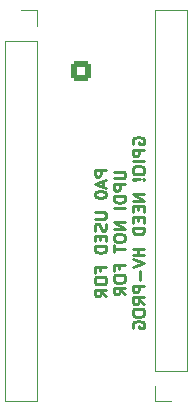
<source format=gbo>
%TF.GenerationSoftware,KiCad,Pcbnew,6.0.2+dfsg-1*%
%TF.CreationDate,2022-08-12T08:44:16-04:00*%
%TF.ProjectId,attiny_devboard,61747469-6e79-45f6-9465-76626f617264,rev?*%
%TF.SameCoordinates,Original*%
%TF.FileFunction,Legend,Bot*%
%TF.FilePolarity,Positive*%
%FSLAX46Y46*%
G04 Gerber Fmt 4.6, Leading zero omitted, Abs format (unit mm)*
G04 Created by KiCad (PCBNEW 6.0.2+dfsg-1) date 2022-08-12 08:44:16*
%MOMM*%
%LPD*%
G01*
G04 APERTURE LIST*
G04 Aperture macros list*
%AMRoundRect*
0 Rectangle with rounded corners*
0 $1 Rounding radius*
0 $2 $3 $4 $5 $6 $7 $8 $9 X,Y pos of 4 corners*
0 Add a 4 corners polygon primitive as box body*
4,1,4,$2,$3,$4,$5,$6,$7,$8,$9,$2,$3,0*
0 Add four circle primitives for the rounded corners*
1,1,$1+$1,$2,$3*
1,1,$1+$1,$4,$5*
1,1,$1+$1,$6,$7*
1,1,$1+$1,$8,$9*
0 Add four rect primitives between the rounded corners*
20,1,$1+$1,$2,$3,$4,$5,0*
20,1,$1+$1,$4,$5,$6,$7,0*
20,1,$1+$1,$6,$7,$8,$9,0*
20,1,$1+$1,$8,$9,$2,$3,0*%
G04 Aperture macros list end*
%ADD10C,0.250000*%
%ADD11C,0.120000*%
%ADD12RoundRect,0.250000X-0.600000X-0.600000X0.600000X-0.600000X0.600000X0.600000X-0.600000X0.600000X0*%
%ADD13C,1.700000*%
%ADD14O,1.700000X2.900000*%
%ADD15O,1.700000X2.980000*%
%ADD16C,1.208000*%
%ADD17R,1.700000X1.700000*%
%ADD18O,1.700000X1.700000*%
G04 APERTURE END LIST*
D10*
X139304380Y-88392666D02*
X138304380Y-88392666D01*
X138304380Y-88773619D01*
X138352000Y-88868857D01*
X138399619Y-88916476D01*
X138494857Y-88964095D01*
X138637714Y-88964095D01*
X138732952Y-88916476D01*
X138780571Y-88868857D01*
X138828190Y-88773619D01*
X138828190Y-88392666D01*
X139018666Y-89345047D02*
X139018666Y-89821238D01*
X139304380Y-89249809D02*
X138304380Y-89583142D01*
X139304380Y-89916476D01*
X138304380Y-90440285D02*
X138304380Y-90535523D01*
X138352000Y-90630761D01*
X138399619Y-90678380D01*
X138494857Y-90726000D01*
X138685333Y-90773619D01*
X138923428Y-90773619D01*
X139113904Y-90726000D01*
X139209142Y-90678380D01*
X139256761Y-90630761D01*
X139304380Y-90535523D01*
X139304380Y-90440285D01*
X139256761Y-90345047D01*
X139209142Y-90297428D01*
X139113904Y-90249809D01*
X138923428Y-90202190D01*
X138685333Y-90202190D01*
X138494857Y-90249809D01*
X138399619Y-90297428D01*
X138352000Y-90345047D01*
X138304380Y-90440285D01*
X138304380Y-91964095D02*
X139113904Y-91964095D01*
X139209142Y-92011714D01*
X139256761Y-92059333D01*
X139304380Y-92154571D01*
X139304380Y-92345047D01*
X139256761Y-92440285D01*
X139209142Y-92487904D01*
X139113904Y-92535523D01*
X138304380Y-92535523D01*
X139256761Y-92964095D02*
X139304380Y-93106952D01*
X139304380Y-93345047D01*
X139256761Y-93440285D01*
X139209142Y-93487904D01*
X139113904Y-93535523D01*
X139018666Y-93535523D01*
X138923428Y-93487904D01*
X138875809Y-93440285D01*
X138828190Y-93345047D01*
X138780571Y-93154571D01*
X138732952Y-93059333D01*
X138685333Y-93011714D01*
X138590095Y-92964095D01*
X138494857Y-92964095D01*
X138399619Y-93011714D01*
X138352000Y-93059333D01*
X138304380Y-93154571D01*
X138304380Y-93392666D01*
X138352000Y-93535523D01*
X138780571Y-93964095D02*
X138780571Y-94297428D01*
X139304380Y-94440285D02*
X139304380Y-93964095D01*
X138304380Y-93964095D01*
X138304380Y-94440285D01*
X139304380Y-94868857D02*
X138304380Y-94868857D01*
X138304380Y-95106952D01*
X138352000Y-95249809D01*
X138447238Y-95345047D01*
X138542476Y-95392666D01*
X138732952Y-95440285D01*
X138875809Y-95440285D01*
X139066285Y-95392666D01*
X139161523Y-95345047D01*
X139256761Y-95249809D01*
X139304380Y-95106952D01*
X139304380Y-94868857D01*
X138780571Y-96964095D02*
X138780571Y-96630761D01*
X139304380Y-96630761D02*
X138304380Y-96630761D01*
X138304380Y-97106952D01*
X138304380Y-97678380D02*
X138304380Y-97868857D01*
X138352000Y-97964095D01*
X138447238Y-98059333D01*
X138637714Y-98106952D01*
X138971047Y-98106952D01*
X139161523Y-98059333D01*
X139256761Y-97964095D01*
X139304380Y-97868857D01*
X139304380Y-97678380D01*
X139256761Y-97583142D01*
X139161523Y-97487904D01*
X138971047Y-97440285D01*
X138637714Y-97440285D01*
X138447238Y-97487904D01*
X138352000Y-97583142D01*
X138304380Y-97678380D01*
X139304380Y-99106952D02*
X138828190Y-98773619D01*
X139304380Y-98535523D02*
X138304380Y-98535523D01*
X138304380Y-98916476D01*
X138352000Y-99011714D01*
X138399619Y-99059333D01*
X138494857Y-99106952D01*
X138637714Y-99106952D01*
X138732952Y-99059333D01*
X138780571Y-99011714D01*
X138828190Y-98916476D01*
X138828190Y-98535523D01*
X139914380Y-88559333D02*
X140723904Y-88559333D01*
X140819142Y-88606952D01*
X140866761Y-88654571D01*
X140914380Y-88749809D01*
X140914380Y-88940285D01*
X140866761Y-89035523D01*
X140819142Y-89083142D01*
X140723904Y-89130761D01*
X139914380Y-89130761D01*
X140914380Y-89606952D02*
X139914380Y-89606952D01*
X139914380Y-89987904D01*
X139962000Y-90083142D01*
X140009619Y-90130761D01*
X140104857Y-90178380D01*
X140247714Y-90178380D01*
X140342952Y-90130761D01*
X140390571Y-90083142D01*
X140438190Y-89987904D01*
X140438190Y-89606952D01*
X140914380Y-90606952D02*
X139914380Y-90606952D01*
X139914380Y-90845047D01*
X139962000Y-90987904D01*
X140057238Y-91083142D01*
X140152476Y-91130761D01*
X140342952Y-91178380D01*
X140485809Y-91178380D01*
X140676285Y-91130761D01*
X140771523Y-91083142D01*
X140866761Y-90987904D01*
X140914380Y-90845047D01*
X140914380Y-90606952D01*
X140914380Y-91606952D02*
X139914380Y-91606952D01*
X140914380Y-92845047D02*
X139914380Y-92845047D01*
X140914380Y-93416476D01*
X139914380Y-93416476D01*
X139914380Y-94083142D02*
X139914380Y-94273619D01*
X139962000Y-94368857D01*
X140057238Y-94464095D01*
X140247714Y-94511714D01*
X140581047Y-94511714D01*
X140771523Y-94464095D01*
X140866761Y-94368857D01*
X140914380Y-94273619D01*
X140914380Y-94083142D01*
X140866761Y-93987904D01*
X140771523Y-93892666D01*
X140581047Y-93845047D01*
X140247714Y-93845047D01*
X140057238Y-93892666D01*
X139962000Y-93987904D01*
X139914380Y-94083142D01*
X139914380Y-94797428D02*
X139914380Y-95368857D01*
X140914380Y-95083142D02*
X139914380Y-95083142D01*
X140390571Y-96797428D02*
X140390571Y-96464095D01*
X140914380Y-96464095D02*
X139914380Y-96464095D01*
X139914380Y-96940285D01*
X139914380Y-97511714D02*
X139914380Y-97702190D01*
X139962000Y-97797428D01*
X140057238Y-97892666D01*
X140247714Y-97940285D01*
X140581047Y-97940285D01*
X140771523Y-97892666D01*
X140866761Y-97797428D01*
X140914380Y-97702190D01*
X140914380Y-97511714D01*
X140866761Y-97416476D01*
X140771523Y-97321238D01*
X140581047Y-97273619D01*
X140247714Y-97273619D01*
X140057238Y-97321238D01*
X139962000Y-97416476D01*
X139914380Y-97511714D01*
X140914380Y-98940285D02*
X140438190Y-98606952D01*
X140914380Y-98368857D02*
X139914380Y-98368857D01*
X139914380Y-98749809D01*
X139962000Y-98845047D01*
X140009619Y-98892666D01*
X140104857Y-98940285D01*
X140247714Y-98940285D01*
X140342952Y-98892666D01*
X140390571Y-98845047D01*
X140438190Y-98749809D01*
X140438190Y-98368857D01*
X141572000Y-86202190D02*
X141524380Y-86106952D01*
X141524380Y-85964095D01*
X141572000Y-85821238D01*
X141667238Y-85726000D01*
X141762476Y-85678380D01*
X141952952Y-85630761D01*
X142095809Y-85630761D01*
X142286285Y-85678380D01*
X142381523Y-85726000D01*
X142476761Y-85821238D01*
X142524380Y-85964095D01*
X142524380Y-86059333D01*
X142476761Y-86202190D01*
X142429142Y-86249809D01*
X142095809Y-86249809D01*
X142095809Y-86059333D01*
X142524380Y-86678380D02*
X141524380Y-86678380D01*
X141524380Y-87059333D01*
X141572000Y-87154571D01*
X141619619Y-87202190D01*
X141714857Y-87249809D01*
X141857714Y-87249809D01*
X141952952Y-87202190D01*
X142000571Y-87154571D01*
X142048190Y-87059333D01*
X142048190Y-86678380D01*
X142524380Y-87678380D02*
X141524380Y-87678380D01*
X141524380Y-88345047D02*
X141524380Y-88535523D01*
X141572000Y-88630761D01*
X141667238Y-88726000D01*
X141857714Y-88773619D01*
X142191047Y-88773619D01*
X142381523Y-88726000D01*
X142476761Y-88630761D01*
X142524380Y-88535523D01*
X142524380Y-88345047D01*
X142476761Y-88249809D01*
X142381523Y-88154571D01*
X142191047Y-88106952D01*
X141857714Y-88106952D01*
X141667238Y-88154571D01*
X141572000Y-88249809D01*
X141524380Y-88345047D01*
X142429142Y-89202190D02*
X142476761Y-89249809D01*
X142524380Y-89202190D01*
X142476761Y-89154571D01*
X142429142Y-89202190D01*
X142524380Y-89202190D01*
X142143428Y-89202190D02*
X141572000Y-89154571D01*
X141524380Y-89202190D01*
X141572000Y-89249809D01*
X142143428Y-89202190D01*
X141524380Y-89202190D01*
X142524380Y-90440285D02*
X141524380Y-90440285D01*
X142524380Y-91011714D01*
X141524380Y-91011714D01*
X142000571Y-91487904D02*
X142000571Y-91821238D01*
X142524380Y-91964095D02*
X142524380Y-91487904D01*
X141524380Y-91487904D01*
X141524380Y-91964095D01*
X142000571Y-92392666D02*
X142000571Y-92726000D01*
X142524380Y-92868857D02*
X142524380Y-92392666D01*
X141524380Y-92392666D01*
X141524380Y-92868857D01*
X142524380Y-93297428D02*
X141524380Y-93297428D01*
X141524380Y-93535523D01*
X141572000Y-93678380D01*
X141667238Y-93773619D01*
X141762476Y-93821238D01*
X141952952Y-93868857D01*
X142095809Y-93868857D01*
X142286285Y-93821238D01*
X142381523Y-93773619D01*
X142476761Y-93678380D01*
X142524380Y-93535523D01*
X142524380Y-93297428D01*
X142524380Y-95059333D02*
X141524380Y-95059333D01*
X142000571Y-95059333D02*
X142000571Y-95630761D01*
X142524380Y-95630761D02*
X141524380Y-95630761D01*
X141524380Y-95964095D02*
X142524380Y-96297428D01*
X141524380Y-96630761D01*
X142143428Y-96964095D02*
X142143428Y-97726000D01*
X142524380Y-98202190D02*
X141524380Y-98202190D01*
X141524380Y-98583142D01*
X141572000Y-98678380D01*
X141619619Y-98726000D01*
X141714857Y-98773619D01*
X141857714Y-98773619D01*
X141952952Y-98726000D01*
X142000571Y-98678380D01*
X142048190Y-98583142D01*
X142048190Y-98202190D01*
X142524380Y-99773619D02*
X142048190Y-99440285D01*
X142524380Y-99202190D02*
X141524380Y-99202190D01*
X141524380Y-99583142D01*
X141572000Y-99678380D01*
X141619619Y-99726000D01*
X141714857Y-99773619D01*
X141857714Y-99773619D01*
X141952952Y-99726000D01*
X142000571Y-99678380D01*
X142048190Y-99583142D01*
X142048190Y-99202190D01*
X141524380Y-100392666D02*
X141524380Y-100583142D01*
X141572000Y-100678380D01*
X141667238Y-100773619D01*
X141857714Y-100821238D01*
X142191047Y-100821238D01*
X142381523Y-100773619D01*
X142476761Y-100678380D01*
X142524380Y-100583142D01*
X142524380Y-100392666D01*
X142476761Y-100297428D01*
X142381523Y-100202190D01*
X142191047Y-100154571D01*
X141857714Y-100154571D01*
X141667238Y-100202190D01*
X141572000Y-100297428D01*
X141524380Y-100392666D01*
X141572000Y-101773619D02*
X141524380Y-101678380D01*
X141524380Y-101535523D01*
X141572000Y-101392666D01*
X141667238Y-101297428D01*
X141762476Y-101249809D01*
X141952952Y-101202190D01*
X142095809Y-101202190D01*
X142286285Y-101249809D01*
X142381523Y-101297428D01*
X142476761Y-101392666D01*
X142524380Y-101535523D01*
X142524380Y-101630761D01*
X142476761Y-101773619D01*
X142429142Y-101821238D01*
X142095809Y-101821238D01*
X142095809Y-101630761D01*
D11*
%TO.C,J4*%
X143450000Y-74870000D02*
X146110000Y-74870000D01*
X143450000Y-108010000D02*
X144780000Y-108010000D01*
X143450000Y-105410000D02*
X146110000Y-105410000D01*
X143450000Y-105410000D02*
X143450000Y-74870000D01*
X146110000Y-105410000D02*
X146110000Y-74870000D01*
X143450000Y-106680000D02*
X143450000Y-108010000D01*
%TO.C,J3*%
X133410000Y-76200000D02*
X133410000Y-74870000D01*
X133410000Y-77470000D02*
X130750000Y-77470000D01*
X133410000Y-108010000D02*
X130750000Y-108010000D01*
X130750000Y-77470000D02*
X130750000Y-108010000D01*
X133410000Y-74870000D02*
X132080000Y-74870000D01*
X133410000Y-77470000D02*
X133410000Y-108010000D01*
%TD*%
%LPC*%
D12*
%TO.C,J1*%
X137160000Y-80010000D03*
D13*
X139700000Y-80010000D03*
X137160000Y-82550000D03*
X139700000Y-82550000D03*
X137160000Y-85090000D03*
X139700000Y-85090000D03*
%TD*%
D14*
%TO.C,J2*%
X142080000Y-106904000D03*
D15*
X134780000Y-106904000D03*
D16*
X140030000Y-101854000D03*
X139230000Y-103054000D03*
X138430000Y-101854000D03*
X137630000Y-103054000D03*
X136830000Y-101854000D03*
%TD*%
D17*
%TO.C,J4*%
X144780000Y-106680000D03*
D18*
X144780000Y-104140000D03*
X144780000Y-101600000D03*
X144780000Y-99060000D03*
X144780000Y-96520000D03*
X144780000Y-93980000D03*
X144780000Y-91440000D03*
X144780000Y-88900000D03*
X144780000Y-86360000D03*
X144780000Y-83820000D03*
X144780000Y-81280000D03*
X144780000Y-78740000D03*
X144780000Y-76200000D03*
%TD*%
D17*
%TO.C,J3*%
X132080000Y-76200000D03*
D18*
X132080000Y-78740000D03*
X132080000Y-81280000D03*
X132080000Y-83820000D03*
X132080000Y-86360000D03*
X132080000Y-88900000D03*
X132080000Y-91440000D03*
X132080000Y-93980000D03*
X132080000Y-96520000D03*
X132080000Y-99060000D03*
X132080000Y-101600000D03*
X132080000Y-104140000D03*
X132080000Y-106680000D03*
%TD*%
M02*

</source>
